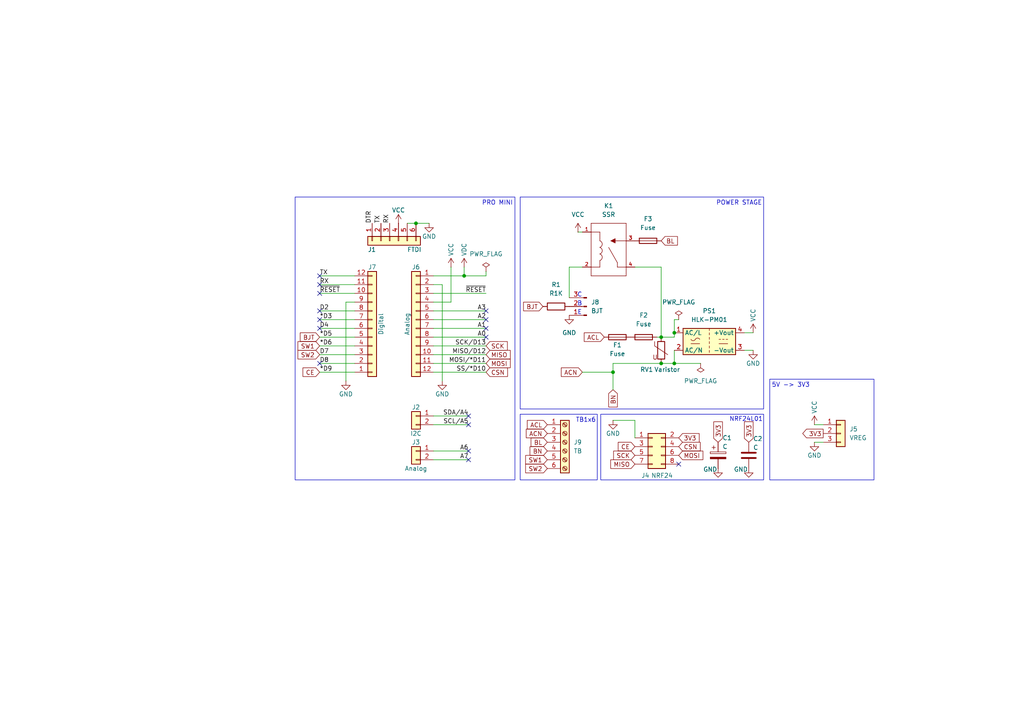
<source format=kicad_sch>
(kicad_sch (version 20250114) (generator "eeschema") (generator_version "9.0")
  (paper "A4")
  (title_block (date "sam. 04 avril 2015"))
  (lib_symbols
    (symbol "Connector:Conn_01x03_Pin" (pin_names (offset 1.016) (hide yes))
      (property "Reference" "J" (at 0 5.08 0))
      (property "Value" "Conn_01x03_Pin" (at 0 -5.08 0))
      (symbol "Conn_01x03_Pin_1_1"
        (rectangle (start 0.8636 2.667) (end 0 2.413) (stroke (width 0.1524)) (fill (type outline)))
        (rectangle (start 0.8636 0.127) (end 0 -0.127) (stroke (width 0.1524)) (fill (type outline)))
        (rectangle (start 0.8636 -2.413) (end 0 -2.667) (stroke (width 0.1524)) (fill (type outline)))
        (polyline (pts (xy 1.27 2.54) (xy 0.8636 2.54)) (stroke (width 0.1524)))
        (polyline (pts (xy 1.27 0) (xy 0.8636 0)) (stroke (width 0.1524)))
        (polyline (pts (xy 1.27 -2.54) (xy 0.8636 -2.54)) (stroke (width 0.1524)))
        (pin passive line (at 5.08 2.54 180) (length 3.81) (name "Pin_1") (number "1"))
        (pin passive line (at 5.08 0 180) (length 3.81) (name "Pin_2") (number "2"))
        (pin passive line (at 5.08 -2.54 180) (length 3.81) (name "Pin_3") (number "3"))
      )
    )
    (symbol "Connector:Screw_Terminal_01x06" (pin_names (offset 1.016) (hide yes))
      (property "Reference" "J" (at 0 7.62 0))
      (property "Value" "Screw_Terminal_01x06" (at 0 -10.16 0))
      (symbol "Screw_Terminal_01x06_1_1"
        (rectangle (start -1.27 6.35) (end 1.27 -8.89) (stroke (width 0.254)) (fill (type background)))
        (polyline (pts (xy -0.5334 5.4102) (xy 0.3302 4.572)) (stroke (width 0.1524)))
        (polyline (pts (xy -0.5334 2.8702) (xy 0.3302 2.032)) (stroke (width 0.1524)))
        (polyline (pts (xy -0.5334 0.3302) (xy 0.3302 -0.508)) (stroke (width 0.1524)))
        (polyline (pts (xy -0.5334 -2.2098) (xy 0.3302 -3.048)) (stroke (width 0.1524)))
        (polyline (pts (xy -0.5334 -4.7498) (xy 0.3302 -5.588)) (stroke (width 0.1524)))
        (polyline (pts (xy -0.5334 -7.2898) (xy 0.3302 -8.128)) (stroke (width 0.1524)))
        (polyline (pts (xy -0.3556 5.588) (xy 0.508 4.7498)) (stroke (width 0.1524)))
        (polyline (pts (xy -0.3556 3.048) (xy 0.508 2.2098)) (stroke (width 0.1524)))
        (polyline (pts (xy -0.3556 0.508) (xy 0.508 -0.3302)) (stroke (width 0.1524)))
        (polyline (pts (xy -0.3556 -2.032) (xy 0.508 -2.8702)) (stroke (width 0.1524)))
        (polyline (pts (xy -0.3556 -4.572) (xy 0.508 -5.4102)) (stroke (width 0.1524)))
        (polyline (pts (xy -0.3556 -7.112) (xy 0.508 -7.9502)) (stroke (width 0.1524)))
        (circle (center 0 5.08) (radius 0.635) (stroke (width 0.1524)))
        (circle (center 0 2.54) (radius 0.635) (stroke (width 0.1524)))
        (circle (center 0 0) (radius 0.635) (stroke (width 0.1524)))
        (circle (center 0 -2.54) (radius 0.635) (stroke (width 0.1524)))
        (circle (center 0 -5.08) (radius 0.635) (stroke (width 0.1524)))
        (circle (center 0 -7.62) (radius 0.635) (stroke (width 0.1524)))
        (pin passive line (at -5.08 5.08 0) (length 3.81) (name "Pin_1") (number "1"))
        (pin passive line (at -5.08 2.54 0) (length 3.81) (name "Pin_2") (number "2"))
        (pin passive line (at -5.08 0 0) (length 3.81) (name "Pin_3") (number "3"))
        (pin passive line (at -5.08 -2.54 0) (length 3.81) (name "Pin_4") (number "4"))
        (pin passive line (at -5.08 -5.08 0) (length 3.81) (name "Pin_5") (number "5"))
        (pin passive line (at -5.08 -7.62 0) (length 3.81) (name "Pin_6") (number "6"))
      )
    )
    (symbol "Connector_Generic:Conn_01x02" (pin_names (offset 1.016) (hide yes))
      (property "Reference" "J" (at 0 2.54 0))
      (property "Value" "Conn_01x02" (at 0 -5.08 0))
      (symbol "Conn_01x02_1_1"
        (rectangle (start -1.27 1.27) (end 1.27 -3.81) (stroke (width 0.254)) (fill (type background)))
        (rectangle (start -1.27 0.127) (end 0 -0.127) (stroke (width 0.1524)))
        (rectangle (start -1.27 -2.413) (end 0 -2.667) (stroke (width 0.1524)))
        (pin passive line (at -5.08 0 0) (length 3.81) (name "Pin_1") (number "1"))
        (pin passive line (at -5.08 -2.54 0) (length 3.81) (name "Pin_2") (number "2"))
      )
    )
    (symbol "Connector_Generic:Conn_01x03" (pin_names (offset 1.016) (hide yes))
      (property "Reference" "J" (at 0 5.08 0))
      (property "Value" "Conn_01x03" (at 0 -5.08 0))
      (symbol "Conn_01x03_1_1"
        (rectangle (start -1.27 3.81) (end 1.27 -3.81) (stroke (width 0.254)) (fill (type background)))
        (rectangle (start -1.27 2.667) (end 0 2.413) (stroke (width 0.1524)))
        (rectangle (start -1.27 0.127) (end 0 -0.127) (stroke (width 0.1524)))
        (rectangle (start -1.27 -2.413) (end 0 -2.667) (stroke (width 0.1524)))
        (pin passive line (at -5.08 2.54 0) (length 3.81) (name "Pin_1") (number "1"))
        (pin passive line (at -5.08 0 0) (length 3.81) (name "Pin_2") (number "2"))
        (pin passive line (at -5.08 -2.54 0) (length 3.81) (name "Pin_3") (number "3"))
      )
    )
    (symbol "Connector_Generic:Conn_01x06" (pin_names (offset 1.016) (hide yes))
      (property "Reference" "J" (at 0 7.62 0))
      (property "Value" "Conn_01x06" (at 0 -10.16 0))
      (symbol "Conn_01x06_1_1"
        (rectangle (start -1.27 6.35) (end 1.27 -8.89) (stroke (width 0.254)) (fill (type background)))
        (rectangle (start -1.27 5.207) (end 0 4.953) (stroke (width 0.1524)))
        (rectangle (start -1.27 2.667) (end 0 2.413) (stroke (width 0.1524)))
        (rectangle (start -1.27 0.127) (end 0 -0.127) (stroke (width 0.1524)))
        (rectangle (start -1.27 -2.413) (end 0 -2.667) (stroke (width 0.1524)))
        (rectangle (start -1.27 -4.953) (end 0 -5.207) (stroke (width 0.1524)))
        (rectangle (start -1.27 -7.493) (end 0 -7.747) (stroke (width 0.1524)))
        (pin passive line (at -5.08 5.08 0) (length 3.81) (name "Pin_1") (number "1"))
        (pin passive line (at -5.08 2.54 0) (length 3.81) (name "Pin_2") (number "2"))
        (pin passive line (at -5.08 0 0) (length 3.81) (name "Pin_3") (number "3"))
        (pin passive line (at -5.08 -2.54 0) (length 3.81) (name "Pin_4") (number "4"))
        (pin passive line (at -5.08 -5.08 0) (length 3.81) (name "Pin_5") (number "5"))
        (pin passive line (at -5.08 -7.62 0) (length 3.81) (name "Pin_6") (number "6"))
      )
    )
    (symbol "Connector_Generic:Conn_01x12" (pin_names (offset 1.016) (hide yes))
      (property "Reference" "J" (at 0 15.24 0))
      (property "Value" "Conn_01x12" (at 0 -17.78 0))
      (symbol "Conn_01x12_1_1"
        (rectangle (start -1.27 13.97) (end 1.27 -16.51) (stroke (width 0.254)) (fill (type background)))
        (rectangle (start -1.27 12.827) (end 0 12.573) (stroke (width 0.1524)))
        (rectangle (start -1.27 10.287) (end 0 10.033) (stroke (width 0.1524)))
        (rectangle (start -1.27 7.747) (end 0 7.493) (stroke (width 0.1524)))
        (rectangle (start -1.27 5.207) (end 0 4.953) (stroke (width 0.1524)))
        (rectangle (start -1.27 2.667) (end 0 2.413) (stroke (width 0.1524)))
        (rectangle (start -1.27 0.127) (end 0 -0.127) (stroke (width 0.1524)))
        (rectangle (start -1.27 -2.413) (end 0 -2.667) (stroke (width 0.1524)))
        (rectangle (start -1.27 -4.953) (end 0 -5.207) (stroke (width 0.1524)))
        (rectangle (start -1.27 -7.493) (end 0 -7.747) (stroke (width 0.1524)))
        (rectangle (start -1.27 -10.033) (end 0 -10.287) (stroke (width 0.1524)))
        (rectangle (start -1.27 -12.573) (end 0 -12.827) (stroke (width 0.1524)))
        (rectangle (start -1.27 -15.113) (end 0 -15.367) (stroke (width 0.1524)))
        (pin passive line (at -5.08 12.7 0) (length 3.81) (name "Pin_1") (number "1"))
        (pin passive line (at -5.08 10.16 0) (length 3.81) (name "Pin_2") (number "2"))
        (pin passive line (at -5.08 7.62 0) (length 3.81) (name "Pin_3") (number "3"))
        (pin passive line (at -5.08 5.08 0) (length 3.81) (name "Pin_4") (number "4"))
        (pin passive line (at -5.08 2.54 0) (length 3.81) (name "Pin_5") (number "5"))
        (pin passive line (at -5.08 0 0) (length 3.81) (name "Pin_6") (number "6"))
        (pin passive line (at -5.08 -2.54 0) (length 3.81) (name "Pin_7") (number "7"))
        (pin passive line (at -5.08 -5.08 0) (length 3.81) (name "Pin_8") (number "8"))
        (pin passive line (at -5.08 -7.62 0) (length 3.81) (name "Pin_9") (number "9"))
        (pin passive line (at -5.08 -10.16 0) (length 3.81) (name "Pin_10") (number "10"))
        (pin passive line (at -5.08 -12.7 0) (length 3.81) (name "Pin_11") (number "11"))
        (pin passive line (at -5.08 -15.24 0) (length 3.81) (name "Pin_12") (number "12"))
      )
    )
    (symbol "Connector_Generic:Conn_02x04_Odd_Even" (pin_names (offset 1.016) (hide yes))
      (property "Reference" "J" (at 1.27 5.08 0))
      (property "Value" "Conn_02x04_Odd_Even" (at 1.27 -7.62 0))
      (symbol "Conn_02x04_Odd_Even_1_1"
        (rectangle (start -1.27 3.81) (end 3.81 -6.35) (stroke (width 0.254)) (fill (type background)))
        (rectangle (start -1.27 2.667) (end 0 2.413) (stroke (width 0.1524)))
        (rectangle (start -1.27 0.127) (end 0 -0.127) (stroke (width 0.1524)))
        (rectangle (start -1.27 -2.413) (end 0 -2.667) (stroke (width 0.1524)))
        (rectangle (start -1.27 -4.953) (end 0 -5.207) (stroke (width 0.1524)))
        (rectangle (start 3.81 2.667) (end 2.54 2.413) (stroke (width 0.1524)))
        (rectangle (start 3.81 0.127) (end 2.54 -0.127) (stroke (width 0.1524)))
        (rectangle (start 3.81 -2.413) (end 2.54 -2.667) (stroke (width 0.1524)))
        (rectangle (start 3.81 -4.953) (end 2.54 -5.207) (stroke (width 0.1524)))
        (pin passive line (at -5.08 2.54 0) (length 3.81) (name "Pin_1") (number "1"))
        (pin passive line (at -5.08 0 0) (length 3.81) (name "Pin_3") (number "3"))
        (pin passive line (at -5.08 -2.54 0) (length 3.81) (name "Pin_5") (number "5"))
        (pin passive line (at -5.08 -5.08 0) (length 3.81) (name "Pin_7") (number "7"))
        (pin passive line (at 7.62 2.54 180) (length 3.81) (name "Pin_2") (number "2"))
        (pin passive line (at 7.62 0 180) (length 3.81) (name "Pin_4") (number "4"))
        (pin passive line (at 7.62 -2.54 180) (length 3.81) (name "Pin_6") (number "6"))
        (pin passive line (at 7.62 -5.08 180) (length 3.81) (name "Pin_8") (number "8"))
      )
    )
    (symbol "Converter_ACDC:HLK-PM01"
      (property "Reference" "PS" (at 0 5.08 0))
      (property "Value" "HLK-PM01" (at 0 -5.08 0))
      (symbol "HLK-PM01_0_1"
        (rectangle (start -7.62 3.81) (end 7.62 -3.81) (stroke (width 0.254)) (fill (type background)))
        (polyline (pts (xy -5.334 -0.635) (xy -2.794 -0.635)))
        (arc (start -4.064 0.635) (mid -4.699 0.2495) (end -5.334 0.635))
        (arc (start -4.064 0.635) (mid -3.429 1.0072) (end -2.794 0.635))
        (polyline (pts (xy 0 3.81) (xy 0 3.175)))
        (polyline (pts (xy 0 2.54) (xy 0 1.905)))
        (polyline (pts (xy 0 1.27) (xy 0 0.635)))
        (polyline (pts (xy 0 0) (xy 0 -0.635)))
        (polyline (pts (xy 0 -1.27) (xy 0 -1.905)))
        (polyline (pts (xy 0 -2.54) (xy 0 -3.175)))
        (polyline (pts (xy 2.794 0.635) (xy 3.302 0.635)))
        (polyline (pts (xy 2.794 -0.635) (xy 5.334 -0.635)))
        (polyline (pts (xy 3.81 0.635) (xy 4.318 0.635)))
        (polyline (pts (xy 4.826 0.635) (xy 5.334 0.635)))
      )
      (symbol "HLK-PM01_1_1"
        (pin power_in line (at -10.16 2.54 0) (length 2.54) (name "AC/L") (number "1"))
        (pin power_in line (at -10.16 -2.54 0) (length 2.54) (name "AC/N") (number "2"))
        (pin power_out line (at 10.16 2.54 180) (length 2.54) (name "+Vout") (number "4"))
        (pin power_out line (at 10.16 -2.54 180) (length 2.54) (name "-Vout") (number "3"))
      )
    )
    (symbol "Device:C" (pin_numbers (hide yes)) (pin_names (offset 0.254))
      (property "Reference" "C" (at 0.635 2.54 0))
      (property "Value" "C" (at 0.635 -2.54 0))
      (symbol "C_0_1"
        (polyline (pts (xy -2.032 0.762) (xy 2.032 0.762)) (stroke (width 0.508)))
        (polyline (pts (xy -2.032 -0.762) (xy 2.032 -0.762)) (stroke (width 0.508)))
      )
      (symbol "C_1_1"
        (pin passive line (at 0 3.81 270) (length 2.794) (name "~") (number "1"))
        (pin passive line (at 0 -3.81 90) (length 2.794) (name "~") (number "2"))
      )
    )
    (symbol "Device:C_Polarized" (pin_numbers (hide yes)) (pin_names (offset 0.254))
      (property "Reference" "C" (at 0.635 2.54 0))
      (property "Value" "C_Polarized" (at 0.635 -2.54 0))
      (symbol "C_Polarized_0_1"
        (rectangle (start -2.286 0.508) (end 2.286 1.016))
        (polyline (pts (xy -1.778 2.286) (xy -0.762 2.286)))
        (polyline (pts (xy -1.27 2.794) (xy -1.27 1.778)))
        (rectangle (start 2.286 -0.508) (end -2.286 -1.016) (fill (type outline)))
      )
      (symbol "C_Polarized_1_1"
        (pin passive line (at 0 3.81 270) (length 2.794) (name "~") (number "1"))
        (pin passive line (at 0 -3.81 90) (length 2.794) (name "~") (number "2"))
      )
    )
    (symbol "Device:Fuse" (pin_numbers (hide yes)) (pin_names (offset 0))
      (property "Reference" "F" (at 2.032 0 90))
      (property "Value" "Fuse" (at -1.905 0 90))
      (symbol "Fuse_0_1"
        (rectangle (start -0.762 -2.54) (end 0.762 2.54) (stroke (width 0.254)))
        (polyline (pts (xy 0 2.54) (xy 0 -2.54)))
      )
      (symbol "Fuse_1_1"
        (pin passive line (at 0 3.81 270) (length 1.27) (name "~") (number "1"))
        (pin passive line (at 0 -3.81 90) (length 1.27) (name "~") (number "2"))
      )
    )
    (symbol "Device:R" (pin_numbers (hide yes)) (pin_names (offset 0))
      (property "Reference" "R" (at 2.032 0 90))
      (property "Value" "R" (at 0 0 90))
      (symbol "R_0_1"
        (rectangle (start -1.016 -2.54) (end 1.016 2.54) (stroke (width 0.254)))
      )
      (symbol "R_1_1"
        (pin passive line (at 0 3.81 270) (length 1.27) (name "~") (number "1"))
        (pin passive line (at 0 -3.81 90) (length 1.27) (name "~") (number "2"))
      )
    )
    (symbol "Device:Varistor" (pin_numbers (hide yes)) (pin_names (offset 0))
      (property "Reference" "RV" (at 3.175 0 90))
      (property "Value" "Varistor" (at -3.175 0 90))
      (symbol "Varistor_0_0"
        (text "U" (at -1.778 -2.032 0) (effects (font (size 1.27 1.27))))
      )
      (symbol "Varistor_0_1"
        (polyline (pts (xy -1.905 2.54) (xy -1.905 1.27) (xy 1.905 -1.27)))
        (rectangle (start -1.016 -2.54) (end 1.016 2.54) (stroke (width 0.254)))
      )
      (symbol "Varistor_1_1"
        (pin passive line (at 0 3.81 270) (length 1.27) (name "~") (number "1"))
        (pin passive line (at 0 -3.81 90) (length 1.27) (name "~") (number "2"))
      )
    )
    (symbol "OJE-SS-112LMH_000:OJE-SS-112LMH_000" (pin_names (offset 1.016))
      (property "Reference" "K" (at -5.0813 7.622 0))
      (property "Value" "OJE-SS-112LMH_000" (at -5.0845 -10.169 0))
      (symbol "OJE-SS-112LMH_000_0_0"
        (polyline (pts (xy -5.08 7.62) (xy -5.08 -7.62)) (stroke (width 0.1524)))
        (polyline (pts (xy -5.08 5.08) (xy -2.54 5.08)) (stroke (width 0.1524)))
        (polyline (pts (xy -5.08 -5.08) (xy -2.54 -5.08)) (stroke (width 0.1524)))
        (polyline (pts (xy -5.08 -7.62) (xy 5.08 -7.62)) (stroke (width 0.1524)))
        (arc (start -2.54 2.54) (mid -1.8535 1.5875) (end -2.54 0.635) (stroke (width 0.1524)))
        (arc (start -2.54 0.635) (mid -1.8535 -0.3175) (end -2.54 -1.27) (stroke (width 0.1524)))
        (arc (start -2.54 -1.27) (mid -1.8535 -2.2225) (end -2.54 -3.175) (stroke (width 0.1524)))
        (polyline (pts (xy -2.54 5.08) (xy -2.54 2.54)) (stroke (width 0.1524)))
        (polyline (pts (xy -2.54 -5.08) (xy -2.54 -3.175)) (stroke (width 0.1524)))
        (polyline (pts (xy 0.635 2.54) (xy 5.08 2.54)) (stroke (width 0.1524)))
        (polyline (pts (xy 0.635 2.54) (xy 1.905 1.905) (xy 1.905 3.175) (xy 0.635 2.54)) (stroke (width 0.1524)) (fill (type outline)))
        (polyline (pts (xy 2.54 -3.81) (xy 0 0.635)) (stroke (width 0.1524)))
        (polyline (pts (xy 2.54 -5.08) (xy 2.54 -3.81)) (stroke (width 0.1524)))
        (polyline (pts (xy 2.54 -5.08) (xy 5.08 -5.08)) (stroke (width 0.1524)))
        (polyline (pts (xy 5.08 7.62) (xy -5.08 7.62)) (stroke (width 0.1524)))
        (polyline (pts (xy 5.08 7.62) (xy 5.08 2.54)) (stroke (width 0.1524)))
        (polyline (pts (xy 5.08 2.54) (xy 5.08 -7.62)) (stroke (width 0.1524)))
        (pin passive line (at -7.62 5.08 0) (length 2.54) (name "~") (number "1"))
        (pin passive line (at -7.62 -5.08 0) (length 2.54) (name "~") (number "2"))
        (pin passive line (at 7.62 2.54 180) (length 2.54) (name "~") (number "3"))
        (pin passive line (at 7.62 -5.08 180) (length 2.54) (name "~") (number "4"))
      )
    )
    (symbol "power:GND" (power) (pin_numbers (hide yes)) (pin_names (offset 0) (hide yes))
      (property "Value" "GND" (at 0 -3.81 0))
      (symbol "GND_0_1"
        (polyline (pts (xy 0 0) (xy 0 -1.27) (xy 1.27 -1.27) (xy 0 -2.54) (xy -1.27 -1.27) (xy 0 -1.27)))
      )
      (symbol "GND_1_1"
        (pin power_in line (at 0 0 270) (length 0) (name "~") (number "1"))
      )
    )
    (symbol "power:PWR_FLAG" (power) (pin_numbers (hide yes)) (pin_names (offset 0) (hide yes))
      (property "Value" "PWR_FLAG" (at 0 3.81 0))
      (symbol "PWR_FLAG_0_0"
        (pin power_out line (at 0 0 90) (length 0) (name "~") (number "1"))
      )
      (symbol "PWR_FLAG_0_1"
        (polyline (pts (xy 0 0) (xy 0 1.27) (xy -1.016 1.905) (xy 0 2.54) (xy 1.016 1.905) (xy 0 1.27)))
      )
    )
    (symbol "power:VCC" (power) (pin_numbers (hide yes)) (pin_names (offset 0) (hide yes))
      (property "Value" "VCC" (at 0 3.556 0))
      (symbol "VCC_0_1"
        (polyline (pts (xy -0.762 1.27) (xy 0 2.54)))
        (polyline (pts (xy 0 2.54) (xy 0.762 1.27)))
        (polyline (pts (xy 0 0) (xy 0 2.54)))
      )
      (symbol "VCC_1_1"
        (pin power_in line (at 0 0 90) (length 0) (name "~") (number "1"))
      )
    )
    (symbol "power:VDC" (power) (pin_numbers (hide yes)) (pin_names (offset 0) (hide yes))
      (property "Value" "VDC" (at 0 3.556 0))
      (symbol "VDC_0_1"
        (polyline (pts (xy -0.762 1.27) (xy 0 2.54)))
        (polyline (pts (xy 0 2.54) (xy 0.762 1.27)))
        (polyline (pts (xy 0 0) (xy 0 2.54)))
      )
      (symbol "VDC_1_1"
        (pin power_in line (at 0 0 90) (length 0) (name "~") (number "1"))
      )
    )
  )
  (rectangle (start 174.244 120.142) (end 221.488 139.192))
  (rectangle (start 223.266 109.982) (end 253.492 139.192))
  (rectangle (start 150.876 57.15) (end 221.488 118.618))
  (rectangle (start 85.598 57.15) (end 149.352 139.192))
  (rectangle (start 150.876 120.142) (end 173.228 139.192))
  (text "B" (at 168.148 88.138 0) (effects (font (size 1.27 1.27))))
  (text "PRO MINI" (at 144.272 58.928 0) (effects (font (size 1.27 1.27))))
  (text "TB1x6" (at 169.926 121.92 0) (effects (font (size 1.27 1.27))))
  (text "E" (at 168.148 90.678 0) (effects (font (size 1.27 1.27))))
  (text "5V -> 3V3" (at 229.362 111.76 0) (effects (font (size 1.27 1.27))))
  (text "POWER STAGE" (at 214.376 58.928 0) (effects (font (size 1.27 1.27))))
  (text "C" (at 168.148 85.598 0) (effects (font (size 1.27 1.27))))
  (text "NRF24L01" (at 216.408 121.666 0) (effects (font (size 1.27 1.27))))
  (junction (at 177.8 107.95))
  (junction (at 134.62 80.01))
  (junction (at 191.77 105.41))
  (junction (at 191.77 97.79))
  (junction (at 195.58 96.52))
  (junction (at 120.65 64.77))
  (junction (at 195.58 105.41))
  (no_connect (at 92.71 90.17))
  (no_connect (at 92.71 80.01))
  (no_connect (at 140.97 92.71))
  (no_connect (at 140.97 97.79))
  (no_connect (at 92.71 92.71))
  (no_connect (at 140.97 90.17))
  (no_connect (at 92.71 82.55))
  (no_connect (at 196.85 134.62))
  (no_connect (at 140.97 95.25))
  (no_connect (at 135.89 120.65))
  (no_connect (at 92.71 85.09))
  (no_connect (at 135.89 133.35))
  (no_connect (at 92.71 95.25))
  (no_connect (at 135.89 123.19))
  (no_connect (at 135.89 130.81))
  (no_connect (at 92.71 105.41))
  (wire (pts (xy 196.85 92.71) (xy 195.58 92.71)))
  (wire (pts (xy 125.73 80.01) (xy 134.62 80.01)))
  (wire (pts (xy 134.62 77.47) (xy 134.62 80.01)))
  (wire (pts (xy 92.71 105.41) (xy 102.87 105.41)))
  (wire (pts (xy 100.33 87.63) (xy 100.33 110.49)))
  (wire (pts (xy 184.15 121.92) (xy 184.15 127)))
  (wire (pts (xy 125.73 95.25) (xy 140.97 95.25)))
  (wire (pts (xy 195.58 97.79) (xy 195.58 96.52)))
  (wire (pts (xy 125.73 133.35) (xy 135.89 133.35)))
  (wire (pts (xy 125.73 107.95) (xy 140.97 107.95)))
  (wire (pts (xy 184.15 77.47) (xy 191.77 77.47)))
  (wire (pts (xy 125.73 105.41) (xy 140.97 105.41)))
  (wire (pts (xy 128.27 82.55) (xy 128.27 110.49)))
  (wire (pts (xy 125.73 90.17) (xy 140.97 90.17)))
  (wire (pts (xy 125.73 92.71) (xy 140.97 92.71)))
  (wire (pts (xy 130.81 77.47) (xy 130.81 87.63)))
  (wire (pts (xy 191.77 105.41) (xy 195.58 105.41)))
  (wire (pts (xy 236.22 128.27) (xy 238.76 128.27)))
  (wire (pts (xy 124.46 64.77) (xy 120.65 64.77)))
  (wire (pts (xy 92.71 82.55) (xy 102.87 82.55)))
  (wire (pts (xy 125.73 87.63) (xy 130.81 87.63)))
  (wire (pts (xy 140.97 80.01) (xy 140.97 78.74)))
  (wire (pts (xy 92.71 92.71) (xy 102.87 92.71)))
  (wire (pts (xy 92.71 80.01) (xy 102.87 80.01)))
  (wire (pts (xy 100.33 87.63) (xy 102.87 87.63)))
  (wire (pts (xy 125.73 120.65) (xy 135.89 120.65)))
  (wire (pts (xy 125.73 97.79) (xy 140.97 97.79)))
  (wire (pts (xy 167.64 67.31) (xy 168.91 67.31)))
  (wire (pts (xy 125.73 102.87) (xy 140.97 102.87)))
  (wire (pts (xy 165.1 77.47) (xy 168.91 77.47)))
  (wire (pts (xy 92.71 90.17) (xy 102.87 90.17)))
  (wire (pts (xy 92.71 107.95) (xy 102.87 107.95)))
  (wire (pts (xy 177.8 105.41) (xy 191.77 105.41)))
  (wire (pts (xy 191.77 77.47) (xy 191.77 97.79)))
  (wire (pts (xy 191.77 97.79) (xy 195.58 97.79)))
  (wire (pts (xy 236.22 123.19) (xy 238.76 123.19)))
  (wire (pts (xy 218.44 96.52) (xy 215.9 96.52)))
  (wire (pts (xy 92.71 95.25) (xy 102.87 95.25)))
  (wire (pts (xy 177.8 121.92) (xy 184.15 121.92)))
  (wire (pts (xy 177.8 113.03) (xy 177.8 107.95)))
  (wire (pts (xy 125.73 85.09) (xy 140.97 85.09)))
  (wire (pts (xy 92.71 100.33) (xy 102.87 100.33)))
  (wire (pts (xy 165.1 86.36) (xy 165.1 77.47)))
  (wire (pts (xy 177.8 107.95) (xy 177.8 105.41)))
  (wire (pts (xy 92.71 97.79) (xy 102.87 97.79)))
  (wire (pts (xy 190.5 97.79) (xy 191.77 97.79)))
  (wire (pts (xy 125.73 130.81) (xy 135.89 130.81)))
  (wire (pts (xy 92.71 102.87) (xy 102.87 102.87)))
  (wire (pts (xy 125.73 123.19) (xy 135.89 123.19)))
  (wire (pts (xy 118.11 64.77) (xy 120.65 64.77)))
  (wire (pts (xy 195.58 105.41) (xy 195.58 101.6)))
  (wire (pts (xy 168.91 107.95) (xy 177.8 107.95)))
  (wire (pts (xy 125.73 100.33) (xy 140.97 100.33)))
  (wire (pts (xy 203.2 105.41) (xy 195.58 105.41)))
  (wire (pts (xy 125.73 82.55) (xy 128.27 82.55)))
  (wire (pts (xy 92.71 85.09) (xy 102.87 85.09)))
  (wire (pts (xy 218.44 101.6) (xy 215.9 101.6)))
  (wire (pts (xy 134.62 80.01) (xy 140.97 80.01)))
  (wire (pts (xy 195.58 92.71) (xy 195.58 96.52)))
  (label "D4" (at 92.71 95.25 0))
  (label "MISO{slash}D12" (at 140.97 102.87 180))
  (label "TX" (at 92.71 80.01 0))
  (label "A2" (at 140.97 92.71 180))
  (label "A0" (at 140.97 97.79 180))
  (label "MOSI{slash}*D11" (at 140.97 105.41 180))
  (label "SDA{slash}A4" (at 135.89 120.65 180))
  (label "*D3" (at 92.71 92.71 0))
  (label "D2" (at 92.71 90.17 0))
  (label "*D5" (at 92.71 97.79 0))
  (label "*D6" (at 92.71 100.33 0))
  (label "D8" (at 92.71 105.41 0))
  (label "*D9" (at 92.71 107.95 0))
  (label "~{RESET}" (at 140.97 85.09 180))
  (label "A1" (at 140.97 95.25 180))
  (label "RX" (at 92.71 82.55 0))
  (label "A6" (at 135.89 130.81 180))
  (label "RX" (at 113.03 64.77 90))
  (label "TX" (at 110.49 64.77 90))
  (label "DTR" (at 107.95 64.77 90))
  (label "D7" (at 92.71 102.87 0))
  (label "A3" (at 140.97 90.17 180))
  (label "~{RESET}" (at 92.71 85.09 0))
  (label "SCL{slash}A5" (at 135.89 123.19 180))
  (label "SS{slash}*D10" (at 140.97 107.95 180))
  (label "SCK{slash}D13" (at 140.97 100.33 180))
  (label "A7" (at 135.89 133.35 180))
  (global_label "BN" (shape input) (at 177.8 113.03 270) (property "Intersheetrefs" "${INTERSHEET_REFS}" (effects (hide yes))))
  (global_label "SW2" (shape input) (at 92.71 102.87 180) (property "Intersheetrefs" "${INTERSHEET_REFS}" (effects (hide yes))))
  (global_label "3V3" (shape input) (at 208.28 128.27 90) (property "Intersheetrefs" "${INTERSHEET_REFS}" (effects (hide yes))))
  (global_label "CSN" (shape input) (at 140.97 107.95 0) (property "Intersheetrefs" "${INTERSHEET_REFS}" (effects (hide yes))))
  (global_label "ACN" (shape input) (at 168.91 107.95 180) (property "Intersheetrefs" "${INTERSHEET_REFS}" (effects (hide yes))))
  (global_label "ACL" (shape input) (at 158.75 123.19 180) (property "Intersheetrefs" "${INTERSHEET_REFS}" (effects (hide yes))))
  (global_label "BN" (shape input) (at 158.75 130.81 180) (property "Intersheetrefs" "${INTERSHEET_REFS}" (effects (hide yes))))
  (global_label "MISO" (shape input) (at 184.15 134.62 180) (property "Intersheetrefs" "${INTERSHEET_REFS}" (effects (hide yes))))
  (global_label "ACL" (shape input) (at 175.26 97.79 180) (property "Intersheetrefs" "${INTERSHEET_REFS}" (effects (hide yes))))
  (global_label "SW2" (shape input) (at 158.75 135.89 180) (property "Intersheetrefs" "${INTERSHEET_REFS}" (effects (hide yes))))
  (global_label "3V3" (shape input) (at 217.17 128.27 90) (property "Intersheetrefs" "${INTERSHEET_REFS}" (effects (hide yes))))
  (global_label "SW1" (shape input) (at 158.75 133.35 180) (property "Intersheetrefs" "${INTERSHEET_REFS}" (effects (hide yes))))
  (global_label "CSN" (shape input) (at 196.85 129.54 0) (property "Intersheetrefs" "${INTERSHEET_REFS}" (effects (hide yes))))
  (global_label "CE" (shape input) (at 92.71 107.95 180) (property "Intersheetrefs" "${INTERSHEET_REFS}" (effects (hide yes))))
  (global_label "3V3" (shape input) (at 196.85 127 0) (property "Intersheetrefs" "${INTERSHEET_REFS}" (effects (hide yes))))
  (global_label "BL" (shape input) (at 158.75 128.27 180) (property "Intersheetrefs" "${INTERSHEET_REFS}" (effects (hide yes))))
  (global_label "BL" (shape input) (at 191.77 69.85 0) (property "Intersheetrefs" "${INTERSHEET_REFS}" (effects (hide yes))))
  (global_label "MOSI" (shape input) (at 140.97 105.41 0) (property "Intersheetrefs" "${INTERSHEET_REFS}" (effects (hide yes))))
  (global_label "BJT" (shape input) (at 157.48 88.9 180) (property "Intersheetrefs" "${INTERSHEET_REFS}" (effects (hide yes))))
  (global_label "MISO" (shape input) (at 140.97 102.87 0) (property "Intersheetrefs" "${INTERSHEET_REFS}" (effects (hide yes))))
  (global_label "MOSI" (shape input) (at 196.85 132.08 0) (property "Intersheetrefs" "${INTERSHEET_REFS}" (effects (hide yes))))
  (global_label "SW1" (shape input) (at 92.71 100.33 180) (property "Intersheetrefs" "${INTERSHEET_REFS}" (effects (hide yes))))
  (global_label "ACN" (shape input) (at 158.75 125.73 180) (property "Intersheetrefs" "${INTERSHEET_REFS}" (effects (hide yes))))
  (global_label "CE" (shape input) (at 184.15 129.54 180) (property "Intersheetrefs" "${INTERSHEET_REFS}" (effects (hide yes))))
  (global_label "3V3" (shape output) (at 238.76 125.73 180) (property "Intersheetrefs" "${INTERSHEET_REFS}" (effects (hide yes))))
  (global_label "SCK" (shape input) (at 184.15 132.08 180) (property "Intersheetrefs" "${INTERSHEET_REFS}" (effects (hide yes))))
  (global_label "BJT" (shape input) (at 92.71 97.79 180) (property "Intersheetrefs" "${INTERSHEET_REFS}" (effects (hide yes))))
  (global_label "SCK" (shape input) (at 140.97 100.33 0) (property "Intersheetrefs" "${INTERSHEET_REFS}" (effects (hide yes))))
  (symbol (lib_id "Connector_Generic:Conn_01x12") (at 107.95 95.25 0) (mirror x) (unit 1)
    (property "Reference" "J7" (at 107.95 77.47 0))
    (property "Value" "Digital" (at 110.49 93.98 90))
    (property "Footprint" "Connector_PinHeader_2.54mm:PinHeader_1x12_P2.54mm_Vertical" (effects (hide yes)))
    (property "Description" "Generic connector, single row, 01x12, script generated (kicad-library-utils/schlib/autogen/connector/)" (effects (hide yes)))
  )
  (symbol (lib_id "Connector_Generic:Conn_01x12") (at 120.65 92.71 0) (mirror y) (unit 1)
    (property "Reference" "J6" (at 120.65 77.47 0))
    (property "Value" "Analog" (at 118.11 93.98 90))
    (property "Footprint" "Connector_PinHeader_2.54mm:PinHeader_1x12_P2.54mm_Vertical" (effects (hide yes)))
    (property "Description" "Generic connector, single row, 01x12, script generated (kicad-library-utils/schlib/autogen/connector/)" (effects (hide yes)))
  )
  (symbol (lib_id "Device:R") (at 161.29 88.9 90) (unit 1)
    (property "Reference" "R1" (at 161.29 82.55 90))
    (property "Value" "R1K" (at 161.29 85.09 90))
    (property "Footprint" "Resistor_SMD:R_1206_3216Metric_Pad1.30x1.75mm_HandSolder" (effects (hide yes)))
    (property "Description" "Resistor" (effects (hide yes)))
  )
  (symbol (lib_id "power:VCC") (at 115.57 64.77 0) (unit 1)
    (property "Reference" "#PWR0101" (effects (hide yes)))
    (property "Value" "VCC" (at 115.57 60.96 0))
    (property "Description" "Power symbol creates a global label with name \"VCC\"" (effects (hide yes)))
  )
  (symbol (lib_id "Device:Fuse") (at 186.69 97.79 270) (unit 1)
    (property "Reference" "F2" (at 186.69 91.44 90))
    (property "Value" "Fuse" (at 186.69 93.98 90))
    (property "Footprint" "Resistor_THT:R_Axial_DIN0414_L11.9mm_D4.5mm_P15.24mm_Horizontal" (effects (hide yes)))
    (property "Description" "Fuse" (effects (hide yes)))
  )
  (symbol (lib_id "power:GND") (at 217.17 135.89 0) (unit 1)
    (property "Reference" "#PWR010" (effects (hide yes)))
    (property "Value" "GND" (at 214.884 136.144 0))
    (property "Description" "Power symbol creates a global label with name \"GND\" , ground" (effects (hide yes)))
  )
  (symbol (lib_id "power:GND") (at 236.22 128.27 0) (unit 1)
    (property "Reference" "#PWR012" (effects (hide yes)))
    (property "Value" "GND" (at 236.22 132.08 0))
    (property "Description" "Power symbol creates a global label with name \"GND\" , ground" (effects (hide yes)))
  )
  (symbol (lib_id "power:VCC") (at 167.64 67.31 0) (unit 1)
    (property "Reference" "#PWR04" (effects (hide yes)))
    (property "Value" "VCC" (at 167.64 62.23 0))
    (property "Description" "Power symbol creates a global label with name \"VCC\"" (effects (hide yes)))
  )
  (symbol (lib_id "power:GND") (at 218.44 101.6 0) (unit 1)
    (property "Reference" "#PWR01" (effects (hide yes)))
    (property "Value" "GND" (at 218.44 105.41 0))
    (property "Description" "Power symbol creates a global label with name \"GND\" , ground" (effects (hide yes)))
  )
  (symbol (lib_id "power:GND") (at 128.27 110.49 0) (unit 1)
    (property "Reference" "#PWR0106" (effects (hide yes)))
    (property "Value" "GND" (at 128.27 114.3 0))
    (property "Description" "Power symbol creates a global label with name \"GND\" , ground" (effects (hide yes)))
  )
  (symbol (lib_id "Connector:Screw_Terminal_01x06") (at 163.83 128.27 0) (unit 1)
    (property "Reference" "J9" (at 166.37 128.2699 0) (effects (justify left)))
    (property "Value" "TB" (at 166.37 130.8099 0) (effects (justify left)))
    (property "Footprint" "TerminalBlock:TerminalBlock_MaiXu_MX126-5.0-06P_1x06_P5.00mm" (effects (hide yes)))
    (property "Description" "Generic screw terminal, single row, 01x06, script generated (kicad-library-utils/schlib/autogen/connector/)" (effects (hide yes)))
  )
  (symbol (lib_id "Connector_Generic:Conn_01x02") (at 120.65 130.81 0) (mirror y) (unit 1)
    (property "Reference" "J3" (at 120.65 128.27 0))
    (property "Value" "Analog" (at 120.65 135.89 0))
    (property "Footprint" "Connector_PinHeader_2.54mm:PinHeader_1x02_P2.54mm_Vertical" (effects (hide yes)))
    (property "Description" "Generic connector, single row, 01x02, script generated (kicad-library-utils/schlib/autogen/connector/)" (effects (hide yes)))
  )
  (symbol (lib_id "Device:Fuse") (at 187.96 69.85 90) (unit 1)
    (property "Reference" "F3" (at 187.96 63.5 90))
    (property "Value" "Fuse" (at 187.96 66.04 90))
    (property "Footprint" "Fuse:Fuseholder_Cylinder-5x20mm_Schurter_0031_8201_Horizontal_Open" (effects (hide yes)))
    (property "Description" "Fuse" (effects (hide yes)))
  )
  (symbol (lib_id "power:PWR_FLAG") (at 203.2 105.41 180) (unit 1)
    (property "Reference" "#FLG02" (effects (hide yes)))
    (property "Value" "PWR_FLAG" (at 203.2 110.49 0))
    (property "Description" "Special symbol for telling ERC where power comes from" (effects (hide yes)))
  )
  (symbol (lib_id "power:GND") (at 100.33 110.49 0) (unit 1)
    (property "Reference" "#PWR0105" (effects (hide yes)))
    (property "Value" "GND" (at 100.33 114.3 0))
    (property "Description" "Power symbol creates a global label with name \"GND\" , ground" (effects (hide yes)))
  )
  (symbol (lib_id "Device:C") (at 217.17 132.08 0) (unit 1)
    (property "Reference" "C2" (at 218.44 127.254 0) (effects (justify left)))
    (property "Value" "C" (at 218.44 129.794 0) (effects (justify left)))
    (property "Footprint" "Capacitor_THT:C_Disc_D5.0mm_W2.5mm_P2.50mm" (effects (hide yes)))
    (property "Description" "Unpolarized capacitor" (effects (hide yes)))
  )
  (symbol (lib_id "Device:Fuse") (at 179.07 97.79 90) (unit 1)
    (property "Reference" "F1" (at 179.07 100.076 90))
    (property "Value" "Fuse" (at 179.07 102.616 90))
    (property "Footprint" "Fuse:Fuseholder_Cylinder-5x20mm_Schurter_0031_8201_Horizontal_Open" (effects (hide yes)))
    (property "Description" "Fuse" (effects (hide yes)))
  )
  (symbol (lib_id "power:VCC") (at 236.22 123.19 0) (unit 1)
    (property "Reference" "#PWR011" (effects (hide yes)))
    (property "Value" "VCC" (at 236.22 118.11 90))
    (property "Description" "Power symbol creates a global label with name \"VCC\"" (effects (hide yes)))
  )
  (symbol (lib_id "power:VCC") (at 218.44 96.52 0) (unit 1)
    (property "Reference" "#PWR02" (effects (hide yes)))
    (property "Value" "VCC" (at 218.44 91.44 90))
    (property "Description" "Power symbol creates a global label with name \"VCC\"" (effects (hide yes)))
  )
  (symbol (lib_id "power:PWR_FLAG") (at 140.97 78.74 0) (unit 1)
    (property "Reference" "#FLG03" (effects (hide yes)))
    (property "Value" "PWR_FLAG" (at 140.97 73.66 0))
    (property "Description" "Special symbol for telling ERC where power comes from" (effects (hide yes)))
  )
  (symbol (lib_id "Converter_ACDC:HLK-PM01") (at 205.74 99.06 0) (unit 1)
    (property "Reference" "PS1" (at 205.74 90.17 0))
    (property "Value" "HLK-PM01" (at 205.74 92.71 0))
    (property "Footprint" "Converter_ACDC:Converter_ACDC_Hi-Link_HLK-PMxx" (effects (hide yes)))
    (property "Datasheet" "https://h.hlktech.com/download/ACDC%E7%94%B5%E6%BA%90%E6%A8%A1%E5%9D%973W%E7%B3%BB%E5%88%97/1/%E6%B5%B7%E5%87%8C%E7%A7%913W%E7%B3%BB%E5%88%97%E7%94%B5%E6%BA%90%E6%A8%A1%E5%9D%97%E8%A7%84%E6%A0%BC%E4%B9%A6V2.8.pdf" (effects (hide yes)))
    (property "Description" "Compact AC/DC board mount power module 3W 5V" (effects (hide yes)))
  )
  (symbol (lib_id "power:VDC") (at 134.62 77.47 0) (unit 1)
    (property "Reference" "#PWR0103" (effects (hide yes)))
    (property "Value" "VDC" (at 134.62 72.39 90))
    (property "Description" "Power symbol creates a global label with name \"VDC\"" (effects (hide yes)))
  )
  (symbol (lib_id "Connector_Generic:Conn_01x06") (at 113.03 69.85 90) (mirror x) (unit 1)
    (property "Reference" "J1" (at 106.68 72.39 90) (effects (justify right)))
    (property "Value" "FTDI" (at 118.11 72.39 90) (effects (justify right)))
    (property "Footprint" "Connector_PinHeader_2.54mm:PinHeader_1x06_P2.54mm_Horizontal" (effects (hide yes)))
    (property "Description" "Generic connector, single row, 01x06, script generated (kicad-library-utils/schlib/autogen/connector/)" (effects (hide yes)))
  )
  (symbol (lib_id "Connector:Conn_01x03_Pin") (at 170.18 88.9 180) (unit 1)
    (property "Reference" "J8" (at 171.45 87.6299 0) (effects (justify right)))
    (property "Value" "BJT" (at 171.45 90.1699 0) (effects (justify right)))
    (property "Footprint" "Connector_PinHeader_2.54mm:PinHeader_1x03_P2.54mm_Vertical" (effects (hide yes)))
    (property "Description" "Generic connector, single row, 01x03, script generated" (effects (hide yes)))
  )
  (symbol (lib_id "Connector_Generic:Conn_01x03") (at 243.84 125.73 0) (unit 1)
    (property "Reference" "J5" (at 246.38 124.4599 0) (effects (justify left)))
    (property "Value" "VREG" (at 246.38 126.9999 0) (effects (justify left)))
    (property "Footprint" "Connector_PinHeader_2.54mm:PinHeader_1x03_P2.54mm_Vertical" (effects (hide yes)))
    (property "Description" "Generic connector, single row, 01x03, script generated (kicad-library-utils/schlib/autogen/connector/)" (effects (hide yes)))
  )
  (symbol (lib_id "Device:C_Polarized") (at 208.28 132.08 0) (unit 1)
    (property "Reference" "C1" (at 209.55 127 0) (effects (justify left)))
    (property "Value" "C" (at 209.55 129.54 0) (effects (justify left)))
    (property "Footprint" "Capacitor_THT:CP_Radial_D5.0mm_P2.00mm" (effects (hide yes)))
    (property "Description" "Polarized capacitor" (effects (hide yes)))
  )
  (symbol (lib_id "power:PWR_FLAG") (at 196.85 92.71 0) (unit 1)
    (property "Reference" "#FLG01" (effects (hide yes)))
    (property "Value" "PWR_FLAG" (at 196.85 87.63 0))
    (property "Description" "Special symbol for telling ERC where power comes from" (effects (hide yes)))
  )
  (symbol (lib_id "OJE-SS-112LMH_000:OJE-SS-112LMH_000") (at 176.53 72.39 0) (unit 1)
    (property "Reference" "K1" (at 176.53 59.69 0))
    (property "Value" "SSR" (at 176.53 62.23 0))
    (property "Footprint" "OJE-SS-112LMH_000:TE_5-1419128-0" (effects (hide yes)))
    (property "Comment" "5-1419128-0" (effects (hide yes)))
    (property "MF" "TE Connectivity" (effects (hide yes)))
    (property "Description_1" "General Purpose Relay SPST-NO (1 Form A) 12VDC Coil Through Hole" (effects (hide yes)))
    (property "Package" "None" (effects (hide yes)))
    (property "Price" "None" (effects (hide yes)))
    (property "Check_prices" "https://www.snapeda.com/parts/OJE-SS-112LMH,000/TE+Connectivity+Potter+%2526+Brumfield+Relays/view-part/?ref=eda" (effects (hide yes)))
    (property "PART_REV" "G" (effects (hide yes)))
    (property "STANDARD" "Manufacturer Recommendation" (effects (hide yes)))
    (property "SnapEDA_Link" "https://www.snapeda.com/parts/OJE-SS-112LMH,000/TE+Connectivity+Potter+%2526+Brumfield+Relays/view-part/?ref=snap" (effects (hide yes)))
    (property "MP" "OJE-SS-112LMH,000" (effects (hide yes)))
    (property "Availability" "In Stock" (effects (hide yes)))
    (property "MANUFACTURER" "TE Connectivity" (effects (hide yes)))
  )
  (symbol (lib_id "power:GND") (at 177.8 121.92 0) (unit 1)
    (property "Reference" "#PWR06" (effects (hide yes)))
    (property "Value" "GND" (at 177.8 125.73 0))
    (property "Description" "Power symbol creates a global label with name \"GND\" , ground" (effects (hide yes)))
  )
  (symbol (lib_id "power:VCC") (at 130.81 77.47 0) (unit 1)
    (property "Reference" "#PWR0102" (effects (hide yes)))
    (property "Value" "VCC" (at 130.81 72.39 90))
    (property "Description" "Power symbol creates a global label with name \"VCC\"" (effects (hide yes)))
  )
  (symbol (lib_id "Device:Varistor") (at 191.77 101.6 0) (unit 1)
    (property "Reference" "RV1" (at 185.674 107.188 0) (effects (justify left)))
    (property "Value" "Varistor" (at 189.738 107.188 0) (effects (justify left)))
    (property "Footprint" "Varistor:RV_Disc_D12mm_W6.2mm_P7.5mm" (effects (hide yes)))
    (property "Description" "Voltage dependent resistor" (effects (hide yes)))
    (property "Sim.Name" "kicad_builtin_varistor" (effects (hide yes)))
    (property "Sim.Device" "SUBCKT" (effects (hide yes)))
    (property "Sim.Pins" "1=A 2=B" (effects (hide yes)))
    (property "Sim.Params" "threshold=1k" (effects (hide yes)))
    (property "Sim.Library" "${KICAD9_SYMBOL_DIR}/Simulation_SPICE.sp" (effects (hide yes)))
  )
  (symbol (lib_id "power:GND") (at 165.1 91.44 0) (unit 1)
    (property "Reference" "#PWR03" (effects (hide yes)))
    (property "Value" "GND" (at 165.1 96.52 0))
    (property "Description" "Power symbol creates a global label with name \"GND\" , ground" (effects (hide yes)))
  )
  (symbol (lib_id "power:GND") (at 124.46 64.77 0) (unit 1)
    (property "Reference" "#PWR0104" (effects (hide yes)))
    (property "Value" "GND" (at 124.46 68.58 0))
    (property "Description" "Power symbol creates a global label with name \"GND\" , ground" (effects (hide yes)))
  )
  (symbol (lib_id "Connector_Generic:Conn_01x02") (at 120.65 120.65 0) (mirror y) (unit 1)
    (property "Reference" "J2" (at 120.65 118.11 0))
    (property "Value" "I2C" (at 120.65 125.73 0))
    (property "Footprint" "Connector_PinHeader_2.54mm:PinHeader_1x02_P2.54mm_Vertical" (effects (hide yes)))
    (property "Description" "Generic connector, single row, 01x02, script generated (kicad-library-utils/schlib/autogen/connector/)" (effects (hide yes)))
  )
  (symbol (lib_id "power:GND") (at 208.28 135.89 0) (unit 1)
    (property "Reference" "#PWR09" (effects (hide yes)))
    (property "Value" "GND" (at 205.994 136.144 0))
    (property "Description" "Power symbol creates a global label with name \"GND\" , ground" (effects (hide yes)))
  )
  (symbol (lib_id "Connector_Generic:Conn_02x04_Odd_Even") (at 189.23 129.54 0) (unit 1)
    (property "Reference" "J4" (at 187.198 137.922 0))
    (property "Value" "NRF24" (at 192.024 137.922 0))
    (property "Footprint" "RF_Module:nRF24L01_Breakout" (effects (hide yes)))
    (property "Description" "Generic connector, double row, 02x04, odd/even pin numbering scheme (row 1 odd numbers, row 2 even numbers), script generated (kicad-library-utils/schlib/autogen/connector/)" (effects (hide yes)))
  )
)
</source>
